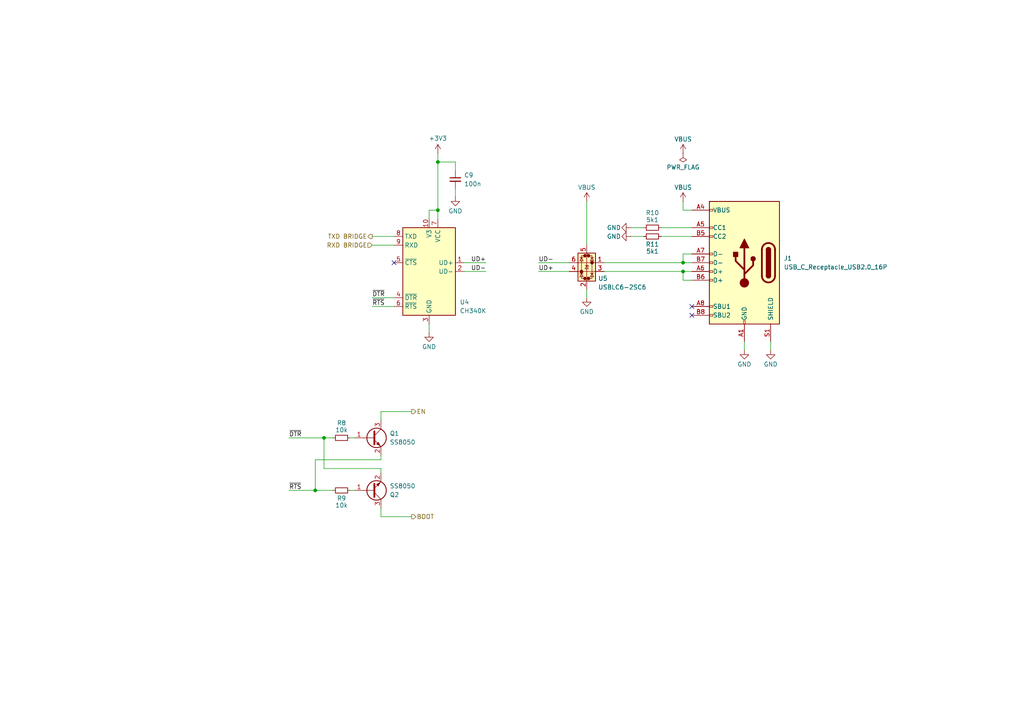
<source format=kicad_sch>
(kicad_sch (version 20250114) (generator "eeschema") (generator_version "9.0")
  (paper "A4")
  (title_block (title "ESP32MP3 devboard") (date "2025-12-08") (rev "Rev 1.0") (company "GiacoBot") (comment 1 "https://github.com/GiacoBot/ESP32MP3"))
  (lib_symbols
    (symbol "Connector:USB_C_Receptacle_USB2.0_16P" (pin_names (offset 1.016))
      (property "Reference" "J" (at 0 22.225 0))
      (property "Value" "USB_C_Receptacle_USB2.0_16P" (at 0 19.685 0))
      (symbol "USB_C_Receptacle_USB2.0_16P_0_0"
        (rectangle (start -0.254 -17.78) (end 0.254 -16.764))
        (rectangle (start 10.16 15.494) (end 9.144 14.986))
        (rectangle (start 10.16 10.414) (end 9.144 9.906))
        (rectangle (start 10.16 7.874) (end 9.144 7.366))
        (rectangle (start 10.16 2.794) (end 9.144 2.286))
        (rectangle (start 10.16 0.254) (end 9.144 -0.254))
        (rectangle (start 10.16 -2.286) (end 9.144 -2.794))
        (rectangle (start 10.16 -4.826) (end 9.144 -5.334))
        (rectangle (start 10.16 -12.446) (end 9.144 -12.954))
        (rectangle (start 10.16 -14.986) (end 9.144 -15.494))
      )
      (symbol "USB_C_Receptacle_USB2.0_16P_0_1"
        (rectangle (start -10.16 17.78) (end 10.16 -17.78) (stroke (width 0.254)) (fill (type background)))
        (polyline (pts (xy -8.89 -3.81) (xy -8.89 3.81)) (stroke (width 0.508)))
        (rectangle (start -7.62 -3.81) (end -6.35 3.81) (stroke (width 0.254)) (fill (type outline)))
        (arc (start -7.62 3.81) (mid -6.985 4.4423) (end -6.35 3.81) (stroke (width 0.254)))
        (arc (start -7.62 3.81) (mid -6.985 4.4423) (end -6.35 3.81) (stroke (width 0.254)) (fill (type outline)))
        (arc (start -8.89 3.81) (mid -6.985 5.7067) (end -5.08 3.81) (stroke (width 0.508)))
        (arc (start -5.08 -3.81) (mid -6.985 -5.7067) (end -8.89 -3.81) (stroke (width 0.508)))
        (arc (start -6.35 -3.81) (mid -6.985 -4.4423) (end -7.62 -3.81) (stroke (width 0.254)))
        (arc (start -6.35 -3.81) (mid -6.985 -4.4423) (end -7.62 -3.81) (stroke (width 0.254)) (fill (type outline)))
        (polyline (pts (xy -5.08 3.81) (xy -5.08 -3.81)) (stroke (width 0.508)))
        (circle (center -2.54 1.143) (radius 0.635) (stroke (width 0.254)) (fill (type outline)))
        (polyline (pts (xy -1.27 4.318) (xy 0 6.858) (xy 1.27 4.318) (xy -1.27 4.318)) (stroke (width 0.254)) (fill (type outline)))
        (polyline (pts (xy 0 -2.032) (xy 2.54 0.508) (xy 2.54 1.778)) (stroke (width 0.508)))
        (polyline (pts (xy 0 -3.302) (xy -2.54 -0.762) (xy -2.54 0.508)) (stroke (width 0.508)))
        (polyline (pts (xy 0 -5.842) (xy 0 4.318)) (stroke (width 0.508)))
        (circle (center 0 -5.842) (radius 1.27) (fill (type outline)))
        (rectangle (start 1.905 1.778) (end 3.175 3.048) (stroke (width 0.254)) (fill (type outline)))
      )
      (symbol "USB_C_Receptacle_USB2.0_16P_1_1"
        (pin passive line (at -7.62 -22.86 90) (length 5.08) (name "SHIELD") (number "S1"))
        (pin passive line (at 0 -22.86 90) (length 5.08) (name "GND") (number "A1"))
        (pin passive line (at 0 -22.86 90) (length 5.08) (hide yes) (name "GND") (number "A12"))
        (pin passive line (at 0 -22.86 90) (length 5.08) (hide yes) (name "GND") (number "B1"))
        (pin passive line (at 0 -22.86 90) (length 5.08) (hide yes) (name "GND") (number "B12"))
        (pin passive line (at 15.24 15.24 180) (length 5.08) (name "VBUS") (number "A4"))
        (pin passive line (at 15.24 15.24 180) (length 5.08) (hide yes) (name "VBUS") (number "A9"))
        (pin passive line (at 15.24 15.24 180) (length 5.08) (hide yes) (name "VBUS") (number "B4"))
        (pin passive line (at 15.24 15.24 180) (length 5.08) (hide yes) (name "VBUS") (number "B9"))
        (pin bidirectional line (at 15.24 10.16 180) (length 5.08) (name "CC1") (number "A5"))
        (pin bidirectional line (at 15.24 7.62 180) (length 5.08) (name "CC2") (number "B5"))
        (pin bidirectional line (at 15.24 2.54 180) (length 5.08) (name "D-") (number "A7"))
        (pin bidirectional line (at 15.24 0 180) (length 5.08) (name "D-") (number "B7"))
        (pin bidirectional line (at 15.24 -2.54 180) (length 5.08) (name "D+") (number "A6"))
        (pin bidirectional line (at 15.24 -5.08 180) (length 5.08) (name "D+") (number "B6"))
        (pin bidirectional line (at 15.24 -12.7 180) (length 5.08) (name "SBU1") (number "A8"))
        (pin bidirectional line (at 15.24 -15.24 180) (length 5.08) (name "SBU2") (number "B8"))
      )
    )
    (symbol "Device:C_Small" (pin_numbers (hide yes)) (pin_names (offset 0.254) (hide yes))
      (property "Reference" "C" (at 0.254 1.778 0))
      (property "Value" "C_Small" (at 0.254 -2.032 0))
      (symbol "C_Small_0_1"
        (polyline (pts (xy -1.524 0.508) (xy 1.524 0.508)) (stroke (width 0.3048)))
        (polyline (pts (xy -1.524 -0.508) (xy 1.524 -0.508)) (stroke (width 0.3302)))
      )
      (symbol "C_Small_1_1"
        (pin passive line (at 0 2.54 270) (length 2.032) (name "~") (number "1"))
        (pin passive line (at 0 -2.54 90) (length 2.032) (name "~") (number "2"))
      )
    )
    (symbol "Device:R_Small" (pin_numbers (hide yes)) (pin_names (offset 0.254) (hide yes))
      (property "Reference" "R" (at 0 0 90))
      (property "Value" "R_Small" (at 1.778 0 90))
      (symbol "R_Small_0_1"
        (rectangle (start -0.762 1.778) (end 0.762 -1.778) (stroke (width 0.2032)))
      )
      (symbol "R_Small_1_1"
        (pin passive line (at 0 2.54 270) (length 0.762) (name "~") (number "1"))
        (pin passive line (at 0 -2.54 90) (length 0.762) (name "~") (number "2"))
      )
    )
    (symbol "Interface_USB:CH340K"
      (property "Reference" "U" (at -6.858 13.97 0))
      (property "Value" "CH340K" (at 1.27 13.97 0))
      (symbol "CH340K_0_1"
        (rectangle (start -7.62 12.7) (end 7.62 -12.7) (stroke (width 0.254)) (fill (type background)))
      )
      (symbol "CH340K_1_0"
        (pin passive line (at 0 -15.24 90) (length 2.54) (hide yes) (name "GND") (number "11"))
      )
      (symbol "CH340K_1_1"
        (pin bidirectional line (at -10.16 2.54 0) (length 2.54) (name "UD+") (number "1"))
        (pin bidirectional line (at -10.16 0 0) (length 2.54) (name "UD-") (number "2"))
        (pin power_in line (at -2.54 15.24 270) (length 2.54) (name "VCC") (number "7"))
        (pin passive line (at 0 15.24 270) (length 2.54) (name "V3") (number "10"))
        (pin power_in line (at 0 -15.24 90) (length 2.54) (name "GND") (number "3"))
        (pin output line (at 10.16 10.16 180) (length 2.54) (name "TXD") (number "8"))
        (pin input line (at 10.16 7.62 180) (length 2.54) (name "RXD") (number "9"))
        (pin input line (at 10.16 2.54 180) (length 2.54) (name "~{CTS}") (number "5"))
        (pin output line (at 10.16 -7.62 180) (length 2.54) (name "~{DTR}") (number "4"))
        (pin output line (at 10.16 -10.16 180) (length 2.54) (name "~{RTS}") (number "6"))
      )
    )
    (symbol "Power_Protection:USBLC6-2SC6" (pin_names (hide yes))
      (property "Reference" "U" (at 0.635 5.715 0))
      (property "Value" "USBLC6-2SC6" (at 0.635 3.81 0))
      (symbol "USBLC6-2SC6_0_0"
        (circle (center -1.524 0) (radius 0.0001) (stroke (width 0.508)))
        (circle (center -0.508 2.032) (radius 0.0001) (stroke (width 0.508)))
        (circle (center -0.508 -4.572) (radius 0.0001) (stroke (width 0.508)))
        (circle (center 0.508 2.032) (radius 0.0001) (stroke (width 0.508)))
        (circle (center 0.508 -4.572) (radius 0.0001) (stroke (width 0.508)))
        (circle (center 1.524 -2.54) (radius 0.0001) (stroke (width 0.508)))
      )
      (symbol "USBLC6-2SC6_0_1"
        (polyline (pts (xy -2.54 0) (xy 2.54 0)))
        (polyline (pts (xy -2.54 -2.54) (xy 2.54 -2.54)))
        (polyline (pts (xy -2.032 0.508) (xy -1.016 0.508) (xy -1.524 1.524) (xy -2.032 0.508)))
        (polyline (pts (xy -2.032 -3.048) (xy -1.016 -3.048)))
        (polyline (pts (xy -1.016 1.524) (xy -2.032 1.524)))
        (polyline (pts (xy -1.016 -4.064) (xy -2.032 -4.064) (xy -1.524 -3.048) (xy -1.016 -4.064)))
        (polyline (pts (xy -0.508 -1.143) (xy -0.508 -0.762) (xy 0.508 -0.762)))
        (polyline (pts (xy 0 2.54) (xy -0.508 2.032) (xy 0.508 2.032) (xy 0 1.524) (xy 0 -4.064) (xy -0.508 -4.572) (xy 0.508 -4.572) (xy 0 -5.08)))
        (polyline (pts (xy 0.508 -1.778) (xy -0.508 -1.778) (xy 0 -0.762) (xy 0.508 -1.778)))
        (polyline (pts (xy 1.016 1.524) (xy 2.032 1.524)))
        (polyline (pts (xy 1.016 -3.048) (xy 2.032 -3.048)))
        (polyline (pts (xy 2.032 0.508) (xy 1.016 0.508) (xy 1.524 1.524) (xy 2.032 0.508)))
        (polyline (pts (xy 2.032 -4.064) (xy 1.016 -4.064) (xy 1.524 -3.048) (xy 2.032 -4.064)))
      )
      (symbol "USBLC6-2SC6_1_1"
        (rectangle (start -2.54 2.794) (end 2.54 -5.334) (stroke (width 0.254)) (fill (type background)))
        (polyline (pts (xy -0.508 2.032) (xy -1.524 2.032) (xy -1.524 -4.572) (xy -0.508 -4.572)))
        (polyline (pts (xy 0.508 -4.572) (xy 1.524 -4.572) (xy 1.524 2.032) (xy 0.508 2.032)))
        (pin passive line (at -5.08 0 0) (length 2.54) (name "I/O1") (number "1"))
        (pin passive line (at -5.08 -2.54 0) (length 2.54) (name "I/O2") (number "3"))
        (pin passive line (at 0 5.08 270) (length 2.54) (name "VBUS") (number "5"))
        (pin passive line (at 0 -7.62 90) (length 2.54) (name "GND") (number "2"))
        (pin passive line (at 5.08 0 180) (length 2.54) (name "I/O1") (number "6"))
        (pin passive line (at 5.08 -2.54 180) (length 2.54) (name "I/O2") (number "4"))
      )
    )
    (symbol "Transistor_BJT:SS8050" (pin_names (offset 0) (hide yes))
      (property "Reference" "Q" (at 5.08 1.905 0))
      (property "Value" "SS8050" (at 5.08 0 0))
      (symbol "SS8050_0_1"
        (polyline (pts (xy -2.54 0) (xy 0.635 0)))
        (polyline (pts (xy 0.635 1.905) (xy 0.635 -1.905)) (stroke (width 0.508)))
        (circle (center 1.27 0) (radius 2.8194) (stroke (width 0.254)))
      )
      (symbol "SS8050_1_1"
        (polyline (pts (xy 0.635 0.635) (xy 2.54 2.54)))
        (polyline (pts (xy 0.635 -0.635) (xy 2.54 -2.54)))
        (polyline (pts (xy 1.27 -1.778) (xy 1.778 -1.27) (xy 2.286 -2.286) (xy 1.27 -1.778)) (fill (type outline)))
        (pin input line (at -5.08 0 0) (length 2.54) (name "B") (number "1"))
        (pin passive line (at 2.54 5.08 270) (length 2.54) (name "C") (number "3"))
        (pin passive line (at 2.54 -5.08 90) (length 2.54) (name "E") (number "2"))
      )
    )
    (symbol "power:+3V3" (power) (pin_numbers (hide yes)) (pin_names (offset 0) (hide yes))
      (property "Value" "+3V3" (at 0 3.556 0))
      (symbol "+3V3_0_1"
        (polyline (pts (xy -0.762 1.27) (xy 0 2.54)))
        (polyline (pts (xy 0 2.54) (xy 0.762 1.27)))
        (polyline (pts (xy 0 0) (xy 0 2.54)))
      )
      (symbol "+3V3_1_1"
        (pin power_in line (at 0 0 90) (length 0) (name "~") (number "1"))
      )
    )
    (symbol "power:GND" (power) (pin_numbers (hide yes)) (pin_names (offset 0) (hide yes))
      (property "Value" "GND" (at 0 -3.81 0))
      (symbol "GND_0_1"
        (polyline (pts (xy 0 0) (xy 0 -1.27) (xy 1.27 -1.27) (xy 0 -2.54) (xy -1.27 -1.27) (xy 0 -1.27)))
      )
      (symbol "GND_1_1"
        (pin power_in line (at 0 0 270) (length 0) (name "~") (number "1"))
      )
    )
    (symbol "power:PWR_FLAG" (power) (pin_numbers (hide yes)) (pin_names (offset 0) (hide yes))
      (property "Value" "PWR_FLAG" (at 0 3.81 0))
      (symbol "PWR_FLAG_0_0"
        (pin power_out line (at 0 0 90) (length 0) (name "~") (number "1"))
      )
      (symbol "PWR_FLAG_0_1"
        (polyline (pts (xy 0 0) (xy 0 1.27) (xy -1.016 1.905) (xy 0 2.54) (xy 1.016 1.905) (xy 0 1.27)))
      )
    )
    (symbol "power:VBUS" (power) (pin_numbers (hide yes)) (pin_names (offset 0) (hide yes))
      (property "Value" "VBUS" (at 0 3.556 0))
      (symbol "VBUS_0_1"
        (polyline (pts (xy -0.762 1.27) (xy 0 2.54)))
        (polyline (pts (xy 0 2.54) (xy 0.762 1.27)))
        (polyline (pts (xy 0 0) (xy 0 2.54)))
      )
      (symbol "VBUS_1_1"
        (pin power_in line (at 0 0 90) (length 0) (name "~") (number "1"))
      )
    )
  )
  (junction (at 198.12 76.2))
  (junction (at 127 46.99))
  (junction (at 93.98 127))
  (junction (at 198.12 78.74))
  (junction (at 127 60.96))
  (junction (at 91.44 142.24))
  (no_connect (at 200.66 88.9))
  (no_connect (at 200.66 91.44))
  (no_connect (at 114.3 76.2))
  (wire (pts (xy 107.95 86.36) (xy 114.3 86.36)))
  (wire (pts (xy 110.49 135.89) (xy 93.98 135.89)))
  (wire (pts (xy 200.66 81.28) (xy 198.12 81.28)))
  (wire (pts (xy 134.62 78.74) (xy 140.97 78.74)))
  (wire (pts (xy 124.46 60.96) (xy 127 60.96)))
  (wire (pts (xy 101.6 127) (xy 102.87 127)))
  (wire (pts (xy 200.66 66.04) (xy 191.77 66.04)))
  (wire (pts (xy 91.44 133.35) (xy 91.44 142.24)))
  (wire (pts (xy 134.62 76.2) (xy 140.97 76.2)))
  (wire (pts (xy 132.08 49.53) (xy 132.08 46.99)))
  (wire (pts (xy 182.88 68.58) (xy 186.69 68.58)))
  (wire (pts (xy 124.46 93.98) (xy 124.46 96.52)))
  (wire (pts (xy 132.08 46.99) (xy 127 46.99)))
  (wire (pts (xy 83.82 142.24) (xy 91.44 142.24)))
  (wire (pts (xy 170.18 58.42) (xy 170.18 71.12)))
  (wire (pts (xy 170.18 83.82) (xy 170.18 86.36)))
  (wire (pts (xy 156.21 76.2) (xy 165.1 76.2)))
  (wire (pts (xy 215.9 99.06) (xy 215.9 101.6)))
  (wire (pts (xy 110.49 133.35) (xy 91.44 133.35)))
  (wire (pts (xy 223.52 99.06) (xy 223.52 101.6)))
  (wire (pts (xy 83.82 127) (xy 93.98 127)))
  (wire (pts (xy 107.95 88.9) (xy 114.3 88.9)))
  (wire (pts (xy 110.49 132.08) (xy 110.49 133.35)))
  (wire (pts (xy 182.88 66.04) (xy 186.69 66.04)))
  (wire (pts (xy 93.98 135.89) (xy 93.98 127)))
  (wire (pts (xy 200.66 73.66) (xy 198.12 73.66)))
  (wire (pts (xy 198.12 58.42) (xy 198.12 60.96)))
  (wire (pts (xy 175.26 78.74) (xy 198.12 78.74)))
  (wire (pts (xy 110.49 121.92) (xy 110.49 119.38)))
  (wire (pts (xy 156.21 78.74) (xy 165.1 78.74)))
  (wire (pts (xy 127 46.99) (xy 127 60.96)))
  (wire (pts (xy 175.26 76.2) (xy 198.12 76.2)))
  (wire (pts (xy 200.66 68.58) (xy 191.77 68.58)))
  (wire (pts (xy 127 44.45) (xy 127 46.99)))
  (wire (pts (xy 198.12 73.66) (xy 198.12 76.2)))
  (wire (pts (xy 110.49 149.86) (xy 119.38 149.86)))
  (wire (pts (xy 110.49 147.32) (xy 110.49 149.86)))
  (wire (pts (xy 132.08 54.61) (xy 132.08 57.15)))
  (wire (pts (xy 101.6 142.24) (xy 102.87 142.24)))
  (wire (pts (xy 198.12 78.74) (xy 200.66 78.74)))
  (wire (pts (xy 91.44 142.24) (xy 96.52 142.24)))
  (wire (pts (xy 124.46 63.5) (xy 124.46 60.96)))
  (wire (pts (xy 198.12 76.2) (xy 200.66 76.2)))
  (wire (pts (xy 110.49 137.16) (xy 110.49 135.89)))
  (wire (pts (xy 198.12 60.96) (xy 200.66 60.96)))
  (wire (pts (xy 107.95 68.58) (xy 114.3 68.58)))
  (wire (pts (xy 198.12 81.28) (xy 198.12 78.74)))
  (wire (pts (xy 93.98 127) (xy 96.52 127)))
  (wire (pts (xy 127 60.96) (xy 127 63.5)))
  (wire (pts (xy 110.49 119.38) (xy 119.38 119.38)))
  (wire (pts (xy 107.95 71.12) (xy 114.3 71.12)))
  (label "~{RTS}" (at 83.82 142.24 0))
  (label "~{DTR}" (at 107.95 86.36 0))
  (label "~{DTR}" (at 83.82 127 0))
  (label "UD-" (at 156.21 76.2 0))
  (label "UD-" (at 140.97 78.74 180))
  (label "~{RTS}" (at 107.95 88.9 0))
  (label "UD+" (at 140.97 76.2 180))
  (label "UD+" (at 156.21 78.74 0))
  (hierarchical_label "EN" (shape output) (at 119.38 119.38 0))
  (hierarchical_label "TXD BRIDGE" (shape output) (at 107.95 68.58 180))
  (hierarchical_label "BOOT" (shape output) (at 119.38 149.86 0))
  (hierarchical_label "RXD BRIDGE" (shape input) (at 107.95 71.12 180))
  (symbol (lib_id "power:PWR_FLAG") (at 198.12 44.45 180) (unit 1)
    (property "Reference" "#FLG01" (effects (hide yes)))
    (property "Value" "PWR_FLAG" (at 198.12 48.514 0))
    (property "Description" "Special symbol for telling ERC where power comes from" (effects (hide yes)))
  )
  (symbol (lib_id "power:GND") (at 182.88 68.58 270) (unit 1)
    (property "Reference" "#PWR034" (effects (hide yes)))
    (property "Value" "GND" (at 178.054 68.58 90))
    (property "Description" "Power symbol creates a global label with name \"GND\" , ground" (effects (hide yes)))
  )
  (symbol (lib_id "Device:R_Small") (at 189.23 68.58 90) (mirror x) (unit 1)
    (property "Reference" "R11" (at 189.23 70.866 90))
    (property "Value" "5k1" (at 189.23 72.898 90))
    (property "Footprint" "Resistor_SMD:R_0603_1608Metric_Pad0.98x0.95mm_HandSolder" (effects (hide yes)))
    (property "Description" "Resistor, small symbol" (effects (hide yes)))
    (property "Part Number" "YAGEO RC0603FR-075K1L" (effects (hide yes)))
  )
  (symbol (lib_id "Device:R_Small") (at 189.23 66.04 90) (unit 1)
    (property "Reference" "R10" (at 189.23 61.722 90))
    (property "Value" "5k1" (at 189.23 63.754 90))
    (property "Footprint" "Resistor_SMD:R_0603_1608Metric_Pad0.98x0.95mm_HandSolder" (effects (hide yes)))
    (property "Description" "Resistor, small symbol" (effects (hide yes)))
    (property "Part Number" "YAGEO RC0603FR-075K1L" (effects (hide yes)))
  )
  (symbol (lib_id "power:+3V3") (at 127 44.45 0) (unit 1)
    (property "Reference" "#PWR029" (effects (hide yes)))
    (property "Value" "+3V3" (at 127 40.132 0))
    (property "Description" "Power symbol creates a global label with name \"+3V3\"" (effects (hide yes)))
  )
  (symbol (lib_id "Connector:USB_C_Receptacle_USB2.0_16P") (at 215.9 76.2 0) (mirror y) (unit 1)
    (property "Reference" "J1" (at 227.33 74.9299 0) (effects (justify right)))
    (property "Value" "USB_C_Receptacle_USB2.0_16P" (at 227.33 77.4699 0) (effects (justify right)))
    (property "Footprint" "Connector_USB:USB_C_Receptacle_GCT_USB4110" (effects (hide yes)))
    (property "Datasheet" "https://www.usb.org/sites/default/files/documents/usb_type-c.zip" (effects (hide yes)))
    (property "Description" "USB 2.0-only 16P Type-C Receptacle connector" (effects (hide yes)))
    (property "Part Number" "DEALON USB-TYPE-C-020" (effects (hide yes)))
  )
  (symbol (lib_id "power:GND") (at 215.9 101.6 0) (unit 1)
    (property "Reference" "#PWR037" (effects (hide yes)))
    (property "Value" "GND" (at 215.9 105.664 0))
    (property "Description" "Power symbol creates a global label with name \"GND\" , ground" (effects (hide yes)))
  )
  (symbol (lib_id "power:GND") (at 182.88 66.04 270) (unit 1)
    (property "Reference" "#PWR033" (effects (hide yes)))
    (property "Value" "GND" (at 178.054 66.04 90))
    (property "Description" "Power symbol creates a global label with name \"GND\" , ground" (effects (hide yes)))
  )
  (symbol (lib_id "power:VBUS") (at 198.12 44.45 0) (unit 1)
    (property "Reference" "#PWR035" (effects (hide yes)))
    (property "Value" "VBUS" (at 198.12 40.386 0))
    (property "Description" "Power symbol creates a global label with name \"VBUS\"" (effects (hide yes)))
  )
  (symbol (lib_id "Interface_USB:CH340K") (at 124.46 78.74 0) (mirror y) (unit 1)
    (property "Reference" "U4" (at 133.35 87.63 0) (effects (justify right)))
    (property "Value" "CH340K" (at 133.35 90.17 0) (effects (justify right)))
    (property "Footprint" "Package_SO:SSOP-10-1EP_3.9x4.9mm_P1mm_EP2.1x3.3mm" (effects (hide yes)))
    (property "Datasheet" "https://cdn.sparkfun.com/assets/5/0/a/8/5/CH340DS1.PDF" (effects (hide yes)))
    (property "Description" "USB serial converter, UART, SSOP-10" (effects (hide yes)))
    (property "Part Number" "WCH CH340K" (effects (hide yes)))
  )
  (symbol (lib_id "power:VBUS") (at 170.18 58.42 0) (unit 1)
    (property "Reference" "#PWR031" (effects (hide yes)))
    (property "Value" "VBUS" (at 170.18 54.356 0))
    (property "Description" "Power symbol creates a global label with name \"VBUS\"" (effects (hide yes)))
  )
  (symbol (lib_id "power:GND") (at 170.18 86.36 0) (unit 1)
    (property "Reference" "#PWR032" (effects (hide yes)))
    (property "Value" "GND" (at 170.18 90.424 0))
    (property "Description" "Power symbol creates a global label with name \"GND\" , ground" (effects (hide yes)))
  )
  (symbol (lib_id "power:GND") (at 223.52 101.6 0) (unit 1)
    (property "Reference" "#PWR038" (effects (hide yes)))
    (property "Value" "GND" (at 223.52 105.664 0))
    (property "Description" "Power symbol creates a global label with name \"GND\" , ground" (effects (hide yes)))
  )
  (symbol (lib_id "Power_Protection:USBLC6-2SC6") (at 170.18 76.2 0) (mirror y) (unit 1)
    (property "Reference" "U5" (at 173.482 80.772 0) (effects (justify right)))
    (property "Value" "USBLC6-2SC6" (at 173.482 83.312 0) (effects (justify right)))
    (property "Footprint" "Package_TO_SOT_SMD:SOT-23-6" (effects (hide yes)))
    (property "Datasheet" "https://www.st.com/resource/en/datasheet/usblc6-2.pdf" (effects (hide yes)))
    (property "Description" "Very low capacitance ESD protection diode, 2 data-line, SOT-23-6" (effects (hide yes)))
    (property "Part Number" "TECH PUBLIC USBLC6-2SC6" (effects (hide yes)))
  )
  (symbol (lib_id "power:VBUS") (at 198.12 58.42 0) (unit 1)
    (property "Reference" "#PWR036" (effects (hide yes)))
    (property "Value" "VBUS" (at 198.12 54.356 0))
    (property "Description" "Power symbol creates a global label with name \"VBUS\"" (effects (hide yes)))
  )
  (symbol (lib_id "power:GND") (at 132.08 57.15 0) (unit 1)
    (property "Reference" "#PWR030" (effects (hide yes)))
    (property "Value" "GND" (at 132.08 61.214 0))
    (property "Description" "Power symbol creates a global label with name \"GND\" , ground" (effects (hide yes)))
  )
  (symbol (lib_id "power:GND") (at 124.46 96.52 0) (unit 1)
    (property "Reference" "#PWR028" (effects (hide yes)))
    (property "Value" "GND" (at 124.46 100.584 0))
    (property "Description" "Power symbol creates a global label with name \"GND\" , ground" (effects (hide yes)))
  )
  (symbol (lib_id "Transistor_BJT:SS8050") (at 107.95 127 0) (unit 1)
    (property "Reference" "Q1" (at 113.03 125.7299 0) (effects (justify left)))
    (property "Value" "SS8050" (at 113.03 128.2699 0) (effects (justify left)))
    (property "Footprint" "Package_TO_SOT_SMD:SOT-23-3" (effects (hide yes)))
    (property "Datasheet" "http://www.secosgmbh.com/datasheet/products/SSMPTransistor/SOT-23/SS8050.pdf" (effects (hide yes)))
    (property "Description" "General Purpose NPN Transistor, 1.5A Ic, 25V Vce, SOT-23" (effects (hide yes)))
    (property "Part Number" "Chao He SS8050" (effects (hide yes)))
  )
  (symbol (lib_id "Device:C_Small") (at 132.08 52.07 0) (unit 1)
    (property "Reference" "C9" (at 134.62 50.8062 0) (effects (justify left)))
    (property "Value" "100n" (at 134.62 53.3462 0) (effects (justify left)))
    (property "Footprint" "Capacitor_SMD:C_0603_1608Metric" (effects (hide yes)))
    (property "Description" "Unpolarized capacitor, small symbol" (effects (hide yes)))
    (property "Part Number" "YAGEO CC0603KRX7R9BB104" (effects (hide yes)))
  )
  (symbol (lib_id "Device:R_Small") (at 99.06 142.24 90) (mirror x) (unit 1)
    (property "Reference" "R9" (at 99.06 144.526 90))
    (property "Value" "10k" (at 99.06 146.558 90))
    (property "Footprint" "Resistor_SMD:R_0603_1608Metric_Pad0.98x0.95mm_HandSolder" (effects (hide yes)))
    (property "Description" "Resistor, small symbol" (effects (hide yes)))
    (property "Part Number" "YAGEO RC0603FR-0710KL" (effects (hide yes)))
  )
  (symbol (lib_id "Transistor_BJT:SS8050") (at 107.95 142.24 0) (mirror x) (unit 1)
    (property "Reference" "Q2" (at 113.03 143.5101 0) (effects (justify left)))
    (property "Value" "SS8050" (at 113.03 140.9701 0) (effects (justify left)))
    (property "Footprint" "Package_TO_SOT_SMD:SOT-23-3" (effects (hide yes)))
    (property "Datasheet" "http://www.secosgmbh.com/datasheet/products/SSMPTransistor/SOT-23/SS8050.pdf" (effects (hide yes)))
    (property "Description" "General Purpose NPN Transistor, 1.5A Ic, 25V Vce, SOT-23" (effects (hide yes)))
    (property "Part Number" "Chao He SS8050" (effects (hide yes)))
  )
  (symbol (lib_id "Device:R_Small") (at 99.06 127 90) (unit 1)
    (property "Reference" "R8" (at 99.06 122.682 90))
    (property "Value" "10k" (at 99.06 124.714 90))
    (property "Footprint" "Resistor_SMD:R_0603_1608Metric_Pad0.98x0.95mm_HandSolder" (effects (hide yes)))
    (property "Description" "Resistor, small symbol" (effects (hide yes)))
    (property "Part Number" "YAGEO RC0603FR-0710KL" (effects (hide yes)))
  )
)
</source>
